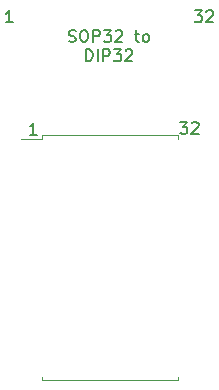
<source format=gto>
%TF.GenerationSoftware,KiCad,Pcbnew,7.0.1*%
%TF.CreationDate,2024-12-23T01:12:25-08:00*%
%TF.ProjectId,SOP32-DIP32_adapter,534f5033-322d-4444-9950-33325f616461,rev?*%
%TF.SameCoordinates,Original*%
%TF.FileFunction,Legend,Top*%
%TF.FilePolarity,Positive*%
%FSLAX46Y46*%
G04 Gerber Fmt 4.6, Leading zero omitted, Abs format (unit mm)*
G04 Created by KiCad (PCBNEW 7.0.1) date 2024-12-23 01:12:25*
%MOMM*%
%LPD*%
G01*
G04 APERTURE LIST*
%ADD10C,0.150000*%
%ADD11C,0.120000*%
G04 APERTURE END LIST*
D10*
X115839857Y-75712619D02*
X116458904Y-75712619D01*
X116458904Y-75712619D02*
X116125571Y-76093571D01*
X116125571Y-76093571D02*
X116268428Y-76093571D01*
X116268428Y-76093571D02*
X116363666Y-76141190D01*
X116363666Y-76141190D02*
X116411285Y-76188809D01*
X116411285Y-76188809D02*
X116458904Y-76284047D01*
X116458904Y-76284047D02*
X116458904Y-76522142D01*
X116458904Y-76522142D02*
X116411285Y-76617380D01*
X116411285Y-76617380D02*
X116363666Y-76665000D01*
X116363666Y-76665000D02*
X116268428Y-76712619D01*
X116268428Y-76712619D02*
X115982714Y-76712619D01*
X115982714Y-76712619D02*
X115887476Y-76665000D01*
X115887476Y-76665000D02*
X115839857Y-76617380D01*
X116839857Y-75807857D02*
X116887476Y-75760238D01*
X116887476Y-75760238D02*
X116982714Y-75712619D01*
X116982714Y-75712619D02*
X117220809Y-75712619D01*
X117220809Y-75712619D02*
X117316047Y-75760238D01*
X117316047Y-75760238D02*
X117363666Y-75807857D01*
X117363666Y-75807857D02*
X117411285Y-75903095D01*
X117411285Y-75903095D02*
X117411285Y-75998333D01*
X117411285Y-75998333D02*
X117363666Y-76141190D01*
X117363666Y-76141190D02*
X116792238Y-76712619D01*
X116792238Y-76712619D02*
X117411285Y-76712619D01*
X102488904Y-86237619D02*
X101917476Y-86237619D01*
X102203190Y-86237619D02*
X102203190Y-85237619D01*
X102203190Y-85237619D02*
X102107952Y-85380476D01*
X102107952Y-85380476D02*
X102012714Y-85475714D01*
X102012714Y-85475714D02*
X101917476Y-85523333D01*
X100456904Y-76712619D02*
X99885476Y-76712619D01*
X100171190Y-76712619D02*
X100171190Y-75712619D01*
X100171190Y-75712619D02*
X100075952Y-75855476D01*
X100075952Y-75855476D02*
X99980714Y-75950714D01*
X99980714Y-75950714D02*
X99885476Y-75998333D01*
X114605357Y-85170119D02*
X115224404Y-85170119D01*
X115224404Y-85170119D02*
X114891071Y-85551071D01*
X114891071Y-85551071D02*
X115033928Y-85551071D01*
X115033928Y-85551071D02*
X115129166Y-85598690D01*
X115129166Y-85598690D02*
X115176785Y-85646309D01*
X115176785Y-85646309D02*
X115224404Y-85741547D01*
X115224404Y-85741547D02*
X115224404Y-85979642D01*
X115224404Y-85979642D02*
X115176785Y-86074880D01*
X115176785Y-86074880D02*
X115129166Y-86122500D01*
X115129166Y-86122500D02*
X115033928Y-86170119D01*
X115033928Y-86170119D02*
X114748214Y-86170119D01*
X114748214Y-86170119D02*
X114652976Y-86122500D01*
X114652976Y-86122500D02*
X114605357Y-86074880D01*
X115605357Y-85265357D02*
X115652976Y-85217738D01*
X115652976Y-85217738D02*
X115748214Y-85170119D01*
X115748214Y-85170119D02*
X115986309Y-85170119D01*
X115986309Y-85170119D02*
X116081547Y-85217738D01*
X116081547Y-85217738D02*
X116129166Y-85265357D01*
X116129166Y-85265357D02*
X116176785Y-85360595D01*
X116176785Y-85360595D02*
X116176785Y-85455833D01*
X116176785Y-85455833D02*
X116129166Y-85598690D01*
X116129166Y-85598690D02*
X115557738Y-86170119D01*
X115557738Y-86170119D02*
X116176785Y-86170119D01*
X105204047Y-78347000D02*
X105346904Y-78394619D01*
X105346904Y-78394619D02*
X105584999Y-78394619D01*
X105584999Y-78394619D02*
X105680237Y-78347000D01*
X105680237Y-78347000D02*
X105727856Y-78299380D01*
X105727856Y-78299380D02*
X105775475Y-78204142D01*
X105775475Y-78204142D02*
X105775475Y-78108904D01*
X105775475Y-78108904D02*
X105727856Y-78013666D01*
X105727856Y-78013666D02*
X105680237Y-77966047D01*
X105680237Y-77966047D02*
X105584999Y-77918428D01*
X105584999Y-77918428D02*
X105394523Y-77870809D01*
X105394523Y-77870809D02*
X105299285Y-77823190D01*
X105299285Y-77823190D02*
X105251666Y-77775571D01*
X105251666Y-77775571D02*
X105204047Y-77680333D01*
X105204047Y-77680333D02*
X105204047Y-77585095D01*
X105204047Y-77585095D02*
X105251666Y-77489857D01*
X105251666Y-77489857D02*
X105299285Y-77442238D01*
X105299285Y-77442238D02*
X105394523Y-77394619D01*
X105394523Y-77394619D02*
X105632618Y-77394619D01*
X105632618Y-77394619D02*
X105775475Y-77442238D01*
X106394523Y-77394619D02*
X106584999Y-77394619D01*
X106584999Y-77394619D02*
X106680237Y-77442238D01*
X106680237Y-77442238D02*
X106775475Y-77537476D01*
X106775475Y-77537476D02*
X106823094Y-77727952D01*
X106823094Y-77727952D02*
X106823094Y-78061285D01*
X106823094Y-78061285D02*
X106775475Y-78251761D01*
X106775475Y-78251761D02*
X106680237Y-78347000D01*
X106680237Y-78347000D02*
X106584999Y-78394619D01*
X106584999Y-78394619D02*
X106394523Y-78394619D01*
X106394523Y-78394619D02*
X106299285Y-78347000D01*
X106299285Y-78347000D02*
X106204047Y-78251761D01*
X106204047Y-78251761D02*
X106156428Y-78061285D01*
X106156428Y-78061285D02*
X106156428Y-77727952D01*
X106156428Y-77727952D02*
X106204047Y-77537476D01*
X106204047Y-77537476D02*
X106299285Y-77442238D01*
X106299285Y-77442238D02*
X106394523Y-77394619D01*
X107251666Y-78394619D02*
X107251666Y-77394619D01*
X107251666Y-77394619D02*
X107632618Y-77394619D01*
X107632618Y-77394619D02*
X107727856Y-77442238D01*
X107727856Y-77442238D02*
X107775475Y-77489857D01*
X107775475Y-77489857D02*
X107823094Y-77585095D01*
X107823094Y-77585095D02*
X107823094Y-77727952D01*
X107823094Y-77727952D02*
X107775475Y-77823190D01*
X107775475Y-77823190D02*
X107727856Y-77870809D01*
X107727856Y-77870809D02*
X107632618Y-77918428D01*
X107632618Y-77918428D02*
X107251666Y-77918428D01*
X108156428Y-77394619D02*
X108775475Y-77394619D01*
X108775475Y-77394619D02*
X108442142Y-77775571D01*
X108442142Y-77775571D02*
X108584999Y-77775571D01*
X108584999Y-77775571D02*
X108680237Y-77823190D01*
X108680237Y-77823190D02*
X108727856Y-77870809D01*
X108727856Y-77870809D02*
X108775475Y-77966047D01*
X108775475Y-77966047D02*
X108775475Y-78204142D01*
X108775475Y-78204142D02*
X108727856Y-78299380D01*
X108727856Y-78299380D02*
X108680237Y-78347000D01*
X108680237Y-78347000D02*
X108584999Y-78394619D01*
X108584999Y-78394619D02*
X108299285Y-78394619D01*
X108299285Y-78394619D02*
X108204047Y-78347000D01*
X108204047Y-78347000D02*
X108156428Y-78299380D01*
X109156428Y-77489857D02*
X109204047Y-77442238D01*
X109204047Y-77442238D02*
X109299285Y-77394619D01*
X109299285Y-77394619D02*
X109537380Y-77394619D01*
X109537380Y-77394619D02*
X109632618Y-77442238D01*
X109632618Y-77442238D02*
X109680237Y-77489857D01*
X109680237Y-77489857D02*
X109727856Y-77585095D01*
X109727856Y-77585095D02*
X109727856Y-77680333D01*
X109727856Y-77680333D02*
X109680237Y-77823190D01*
X109680237Y-77823190D02*
X109108809Y-78394619D01*
X109108809Y-78394619D02*
X109727856Y-78394619D01*
X110775476Y-77727952D02*
X111156428Y-77727952D01*
X110918333Y-77394619D02*
X110918333Y-78251761D01*
X110918333Y-78251761D02*
X110965952Y-78347000D01*
X110965952Y-78347000D02*
X111061190Y-78394619D01*
X111061190Y-78394619D02*
X111156428Y-78394619D01*
X111632619Y-78394619D02*
X111537381Y-78347000D01*
X111537381Y-78347000D02*
X111489762Y-78299380D01*
X111489762Y-78299380D02*
X111442143Y-78204142D01*
X111442143Y-78204142D02*
X111442143Y-77918428D01*
X111442143Y-77918428D02*
X111489762Y-77823190D01*
X111489762Y-77823190D02*
X111537381Y-77775571D01*
X111537381Y-77775571D02*
X111632619Y-77727952D01*
X111632619Y-77727952D02*
X111775476Y-77727952D01*
X111775476Y-77727952D02*
X111870714Y-77775571D01*
X111870714Y-77775571D02*
X111918333Y-77823190D01*
X111918333Y-77823190D02*
X111965952Y-77918428D01*
X111965952Y-77918428D02*
X111965952Y-78204142D01*
X111965952Y-78204142D02*
X111918333Y-78299380D01*
X111918333Y-78299380D02*
X111870714Y-78347000D01*
X111870714Y-78347000D02*
X111775476Y-78394619D01*
X111775476Y-78394619D02*
X111632619Y-78394619D01*
X106632619Y-80014619D02*
X106632619Y-79014619D01*
X106632619Y-79014619D02*
X106870714Y-79014619D01*
X106870714Y-79014619D02*
X107013571Y-79062238D01*
X107013571Y-79062238D02*
X107108809Y-79157476D01*
X107108809Y-79157476D02*
X107156428Y-79252714D01*
X107156428Y-79252714D02*
X107204047Y-79443190D01*
X107204047Y-79443190D02*
X107204047Y-79586047D01*
X107204047Y-79586047D02*
X107156428Y-79776523D01*
X107156428Y-79776523D02*
X107108809Y-79871761D01*
X107108809Y-79871761D02*
X107013571Y-79967000D01*
X107013571Y-79967000D02*
X106870714Y-80014619D01*
X106870714Y-80014619D02*
X106632619Y-80014619D01*
X107632619Y-80014619D02*
X107632619Y-79014619D01*
X108108809Y-80014619D02*
X108108809Y-79014619D01*
X108108809Y-79014619D02*
X108489761Y-79014619D01*
X108489761Y-79014619D02*
X108584999Y-79062238D01*
X108584999Y-79062238D02*
X108632618Y-79109857D01*
X108632618Y-79109857D02*
X108680237Y-79205095D01*
X108680237Y-79205095D02*
X108680237Y-79347952D01*
X108680237Y-79347952D02*
X108632618Y-79443190D01*
X108632618Y-79443190D02*
X108584999Y-79490809D01*
X108584999Y-79490809D02*
X108489761Y-79538428D01*
X108489761Y-79538428D02*
X108108809Y-79538428D01*
X109013571Y-79014619D02*
X109632618Y-79014619D01*
X109632618Y-79014619D02*
X109299285Y-79395571D01*
X109299285Y-79395571D02*
X109442142Y-79395571D01*
X109442142Y-79395571D02*
X109537380Y-79443190D01*
X109537380Y-79443190D02*
X109584999Y-79490809D01*
X109584999Y-79490809D02*
X109632618Y-79586047D01*
X109632618Y-79586047D02*
X109632618Y-79824142D01*
X109632618Y-79824142D02*
X109584999Y-79919380D01*
X109584999Y-79919380D02*
X109537380Y-79967000D01*
X109537380Y-79967000D02*
X109442142Y-80014619D01*
X109442142Y-80014619D02*
X109156428Y-80014619D01*
X109156428Y-80014619D02*
X109061190Y-79967000D01*
X109061190Y-79967000D02*
X109013571Y-79919380D01*
X110013571Y-79109857D02*
X110061190Y-79062238D01*
X110061190Y-79062238D02*
X110156428Y-79014619D01*
X110156428Y-79014619D02*
X110394523Y-79014619D01*
X110394523Y-79014619D02*
X110489761Y-79062238D01*
X110489761Y-79062238D02*
X110537380Y-79109857D01*
X110537380Y-79109857D02*
X110584999Y-79205095D01*
X110584999Y-79205095D02*
X110584999Y-79300333D01*
X110584999Y-79300333D02*
X110537380Y-79443190D01*
X110537380Y-79443190D02*
X109965952Y-80014619D01*
X109965952Y-80014619D02*
X110584999Y-80014619D01*
D11*
%TO.C,REF\u002A\u002A*%
X102937500Y-86292500D02*
X102937500Y-86565000D01*
X102937500Y-86565000D02*
X101125000Y-86565000D01*
X102937500Y-107007500D02*
X102937500Y-106735000D01*
X108700000Y-86292500D02*
X102937500Y-86292500D01*
X108700000Y-86292500D02*
X114462500Y-86292500D01*
X108700000Y-107007500D02*
X102937500Y-107007500D01*
X108700000Y-107007500D02*
X114462500Y-107007500D01*
X114462500Y-86292500D02*
X114462500Y-86565000D01*
X114462500Y-107007500D02*
X114462500Y-106735000D01*
%TD*%
M02*

</source>
